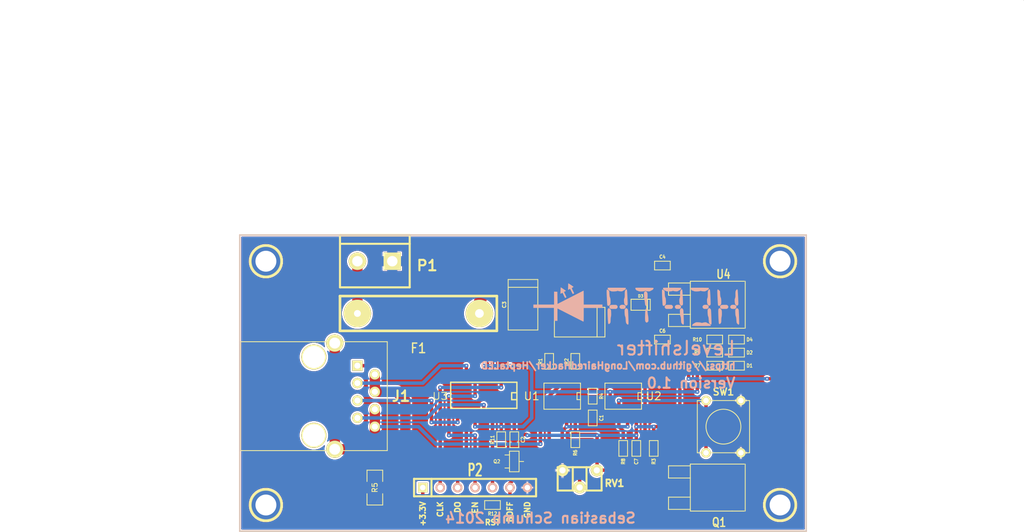
<source format=kicad_pcb>
(kicad_pcb (version 3) (host pcbnew "(2013-may-18)-stable")
  (layers (15 F.Cu signal) (0 B.Cu signal) (18 B.Paste user) (19 F.Paste user) (20 B.SilkS user) (21 F.SilkS user) (22 B.Mask user) (23 F.Mask user) (28 Edge.Cuts user))
  (net 0 "")
  (net 1 +24V)
  (net 2 +3.3V)
  (net 3 +5V)
  (net 4 3.3_Clock)
  (net 5 3.3_Data_Out)
  (net 6 3.3_Enable)
  (net 7 3.3_Reset)
  (net 8 BusOff)
  (net 9 Clock)
  (net 10 Data_Out)
  (net 11 Enable)
  (net 12 GND)
  (net 13 N-0000010)
  (net 14 N-0000011)
  (net 15 N-0000012)
  (net 16 N-0000013)
  (net 17 N-0000016)
  (net 18 N-0000018)
  (net 19 N-0000020)
  (net 20 N-0000022)
  (net 21 N-0000023)
  (net 22 N-0000024)
  (net 23 N-0000027)
  (net 24 N-0000028)
  (net 25 PowerOn)
  (net 26 Reset)
  (net 27 Sense)
  (net 28 Shutdown)
  (module trimmer_piher_pt6xh (layer F.Cu) (at 168.275 80.01)
    (fp_text reference RV1 (at 5.08 0.635) (layer F.SilkS) (effects (font (thickness 0.25))))
    (fp_text value POT hide)
    (pad 1 thru_hole circle (at 2.49936 -1.24968) (size 1.75006 1.75006) (drill 0.89916) (layers *.Cu *.Mask F.SilkS) (net 3 +5V))
    (pad 2 thru_hole circle (at 0 1.24968) (size 1.75006 1.75006) (drill 0.89916) (layers *.Cu *.Mask F.SilkS) (net 15 N-0000012))
    (pad 3 thru_hole circle (at -2.49936 -1.24968) (size 1.75006 1.75006) (drill 0.89916) (layers *.Cu *.Mask F.SilkS) (net 12 GND))
  )
  (module SW_PUSH_SMALL (layer F.Cu) (at 189.23 72.39 90)
    (fp_text reference SW1 (at 5.08 0 180) (layer F.SilkS) (effects (font (size 1.016 1.016) (thickness 0.2032))))
    (fp_text value SW_PUSH hide)
    (pad 1 thru_hole circle (at 3.81 -2.54 90) (size 1.397 1.397) (drill 0.8128) (layers *.Cu *.Mask F.SilkS) (net 22 N-0000024))
    (pad 2 thru_hole circle (at 3.81 2.54 90) (size 1.397 1.397) (drill 0.8128) (layers *.Cu *.Mask F.SilkS) (net 12 GND))
    (pad 1 thru_hole circle (at -3.81 -2.54 90) (size 1.397 1.397) (drill 0.8128) (layers *.Cu *.Mask F.SilkS) (net 22 N-0000024))
    (pad 2 thru_hole circle (at -3.81 2.54 90) (size 1.397 1.397) (drill 0.8128) (layers *.Cu *.Mask F.SilkS) (net 12 GND))
  )
  (module sot23 (layer F.Cu) (at 158.75 77.47 270)
    (fp_text reference Q2 (at 0 2.54 360) (layer F.SilkS) (effects (font (size 0.50038 0.50038) (thickness 0.09906))))
    (fp_text value NDS355 hide)
    (pad 1 smd rect (at -0.9525 1.05664 270) (size 0.59944 1.00076) (layers F.Cu F.Paste F.Mask) (net 18 N-0000018))
    (pad 2 smd rect (at 0 -1.05664 270) (size 0.59944 1.00076) (layers F.Cu F.Paste F.Mask) (net 17 N-0000016))
    (pad 3 smd rect (at 0.9525 1.05664 270) (size 0.59944 1.00076) (layers F.Cu F.Paste F.Mask) (net 12 GND))
  )
  (module sod123 (layer F.Cu) (at 177.165 54.61)
    (fp_text reference D3 (at 0 -1.27) (layer F.SilkS) (effects (font (size 0.39878 0.39878) (thickness 0.09906))))
    (fp_text value BAT42W hide)
    (pad 2 smd rect (at 1.67386 0) (size 0.8509 0.8509) (layers F.Cu F.Paste F.Mask) (net 1 +24V))
    (pad 1 smd rect (at -1.67386 0) (size 0.8509 0.8509) (layers F.Cu F.Paste F.Mask) (net 3 +5V))
  )
  (module SO8E (layer F.Cu) (at 174.625 67.945 180)
    (fp_text reference U2 (at -4.445 0 180) (layer F.SilkS) (effects (font (size 1.143 1.143) (thickness 0.1524))))
    (fp_text value SN74LVC1G74 hide)
    (pad 8 smd rect (at -1.905 -2.667 180) (size 0.59944 1.39954) (layers F.Cu F.Paste F.Mask) (net 3 +5V))
    (pad 1 smd rect (at -1.905 2.667 180) (size 0.59944 1.39954) (layers F.Cu F.Paste F.Mask) (net 12 GND))
    (pad 7 smd rect (at -0.635 -2.667 180) (size 0.59944 1.39954) (layers F.Cu F.Paste F.Mask) (net 28 Shutdown))
    (pad 6 smd rect (at 0.635 -2.667 180) (size 0.59944 1.39954) (layers F.Cu F.Paste F.Mask) (net 22 N-0000024))
    (pad 5 smd rect (at 1.905 -2.667 180) (size 0.59944 1.39954) (layers F.Cu F.Paste F.Mask) (net 8 BusOff))
    (pad 2 smd rect (at -0.635 2.667 180) (size 0.59944 1.39954) (layers F.Cu F.Paste F.Mask) (net 12 GND))
    (pad 3 smd rect (at 0.635 2.667 180) (size 0.59944 1.39954) (layers F.Cu F.Paste F.Mask) (net 25 PowerOn))
    (pad 4 smd rect (at 1.905 2.667 180) (size 0.59944 1.39954) (layers F.Cu F.Paste F.Mask) (net 12 GND))
  )
  (module SO8E (layer F.Cu) (at 165.735 67.945 180)
    (fp_text reference U1 (at 4.445 0 180) (layer F.SilkS) (effects (font (size 1.143 1.143) (thickness 0.1524))))
    (fp_text value LM358 hide)
    (pad 8 smd rect (at -1.905 -2.667 180) (size 0.59944 1.39954) (layers F.Cu F.Paste F.Mask) (net 3 +5V))
    (pad 1 smd rect (at -1.905 2.667 180) (size 0.59944 1.39954) (layers F.Cu F.Paste F.Mask) (net 21 N-0000023))
    (pad 7 smd rect (at -0.635 -2.667 180) (size 0.59944 1.39954) (layers F.Cu F.Paste F.Mask) (net 28 Shutdown))
    (pad 6 smd rect (at 0.635 -2.667 180) (size 0.59944 1.39954) (layers F.Cu F.Paste F.Mask) (net 20 N-0000022))
    (pad 5 smd rect (at 1.905 -2.667 180) (size 0.59944 1.39954) (layers F.Cu F.Paste F.Mask) (net 15 N-0000012))
    (pad 2 smd rect (at -0.635 2.667 180) (size 0.59944 1.39954) (layers F.Cu F.Paste F.Mask) (net 16 N-0000013))
    (pad 3 smd rect (at 0.635 2.667 180) (size 0.59944 1.39954) (layers F.Cu F.Paste F.Mask) (net 27 Sense))
    (pad 4 smd rect (at 1.905 2.667 180) (size 0.59944 1.39954) (layers F.Cu F.Paste F.Mask) (net 12 GND))
  )
  (module SM1206 (layer F.Cu) (at 138.43 81.28 270)
    (fp_text reference R5 (at 0 0 270) (layer F.SilkS) (effects (font (size 0.762 0.762) (thickness 0.127))))
    (fp_text value 0.05 hide)
    (pad 1 smd rect (at -1.651 0 270) (size 1.524 2.032) (layers F.Cu F.Paste F.Mask) (net 27 Sense))
    (pad 2 smd rect (at 1.651 0 270) (size 1.524 2.032) (layers F.Cu F.Paste F.Mask) (net 12 GND))
  )
  (module SM0603 (layer F.Cu) (at 191.135 63.5)
    (fp_text reference D1 (at 1.905 0) (layer F.SilkS) (effects (font (size 0.508 0.4572) (thickness 0.1143))))
    (fp_text value LED hide)
    (pad 1 smd rect (at -0.762 0) (size 0.635 1.143) (layers F.Cu F.Paste F.Mask) (net 19 N-0000020))
    (pad 2 smd rect (at 0.762 0) (size 0.635 1.143) (layers F.Cu F.Paste F.Mask) (net 12 GND))
  )
  (module SM0603 (layer F.Cu) (at 174.625 75.565 270)
    (fp_text reference R8 (at 1.905 0 270) (layer F.SilkS) (effects (font (size 0.508 0.4572) (thickness 0.1143))))
    (fp_text value 1k hide)
    (pad 1 smd rect (at -0.762 0 270) (size 0.635 1.143) (layers F.Cu F.Paste F.Mask) (net 22 N-0000024))
    (pad 2 smd rect (at 0.762 0 270) (size 0.635 1.143) (layers F.Cu F.Paste F.Mask) (net 3 +5V))
  )
  (module SM0603 (layer F.Cu) (at 167.64 74.295 270)
    (fp_text reference R6 (at 1.905 0 270) (layer F.SilkS) (effects (font (size 0.508 0.4572) (thickness 0.1143))))
    (fp_text value 1k hide)
    (pad 1 smd rect (at -0.762 0 270) (size 0.635 1.143) (layers F.Cu F.Paste F.Mask) (net 3 +5V))
    (pad 2 smd rect (at 0.762 0 270) (size 0.635 1.143) (layers F.Cu F.Paste F.Mask) (net 28 Shutdown))
  )
  (module SM0603 (layer F.Cu) (at 179.07 75.565 270)
    (fp_text reference R3 (at 1.905 0 270) (layer F.SilkS) (effects (font (size 0.508 0.4572) (thickness 0.1143))))
    (fp_text value 1k hide)
    (pad 1 smd rect (at -0.762 0 270) (size 0.635 1.143) (layers F.Cu F.Paste F.Mask) (net 3 +5V))
    (pad 2 smd rect (at 0.762 0 270) (size 0.635 1.143) (layers F.Cu F.Paste F.Mask) (net 25 PowerOn))
  )
  (module SM0603 (layer F.Cu) (at 187.96 63.5)
    (fp_text reference R7 (at -2.54 0) (layer F.SilkS) (effects (font (size 0.508 0.4572) (thickness 0.1143))))
    (fp_text value 1k hide)
    (pad 1 smd rect (at -0.762 0) (size 0.635 1.143) (layers F.Cu F.Paste F.Mask) (net 8 BusOff))
    (pad 2 smd rect (at 0.762 0) (size 0.635 1.143) (layers F.Cu F.Paste F.Mask) (net 19 N-0000020))
  )
  (module SM0603 (layer F.Cu) (at 167.64 62.865 270)
    (fp_text reference R2 (at 0 1.27 270) (layer F.SilkS) (effects (font (size 0.508 0.4572) (thickness 0.1143))))
    (fp_text value 90k hide)
    (pad 1 smd rect (at -0.762 0 270) (size 0.635 1.143) (layers F.Cu F.Paste F.Mask) (net 16 N-0000013))
    (pad 2 smd rect (at 0.762 0 270) (size 0.635 1.143) (layers F.Cu F.Paste F.Mask) (net 21 N-0000023))
  )
  (module SM0603 (layer F.Cu) (at 158.75 74.295 270)
    (fp_text reference C2 (at 0 -1.27 270) (layer F.SilkS) (effects (font (size 0.508 0.4572) (thickness 0.1143))))
    (fp_text value 100nf hide)
    (pad 1 smd rect (at -0.762 0 270) (size 0.635 1.143) (layers F.Cu F.Paste F.Mask) (net 3 +5V))
    (pad 2 smd rect (at 0.762 0 270) (size 0.635 1.143) (layers F.Cu F.Paste F.Mask) (net 12 GND))
  )
  (module SM0603 (layer F.Cu) (at 170.18 67.945 270)
    (fp_text reference R4 (at 0 -1.27 270) (layer F.SilkS) (effects (font (size 0.508 0.4572) (thickness 0.1143))))
    (fp_text value 100k hide)
    (pad 1 smd rect (at -0.762 0 270) (size 0.635 1.143) (layers F.Cu F.Paste F.Mask) (net 21 N-0000023))
    (pad 2 smd rect (at 0.762 0 270) (size 0.635 1.143) (layers F.Cu F.Paste F.Mask) (net 20 N-0000022))
  )
  (module SM0603 (layer F.Cu) (at 170.18 71.12 270)
    (fp_text reference C1 (at 0 -1.27 270) (layer F.SilkS) (effects (font (size 0.508 0.4572) (thickness 0.1143))))
    (fp_text value 100n hide)
    (pad 1 smd rect (at -0.762 0 270) (size 0.635 1.143) (layers F.Cu F.Paste F.Mask) (net 20 N-0000022))
    (pad 2 smd rect (at 0.762 0 270) (size 0.635 1.143) (layers F.Cu F.Paste F.Mask) (net 12 GND))
  )
  (module SM0603 (layer F.Cu) (at 176.53 75.565 270)
    (fp_text reference C7 (at 1.905 0 270) (layer F.SilkS) (effects (font (size 0.508 0.4572) (thickness 0.1143))))
    (fp_text value 100nf hide)
    (pad 1 smd rect (at -0.762 0 270) (size 0.635 1.143) (layers F.Cu F.Paste F.Mask) (net 3 +5V))
    (pad 2 smd rect (at 0.762 0 270) (size 0.635 1.143) (layers F.Cu F.Paste F.Mask) (net 12 GND))
  )
  (module SM0603 (layer F.Cu) (at 155.575 83.82)
    (fp_text reference R12 (at 0 1.27) (layer F.SilkS) (effects (font (size 0.508 0.4572) (thickness 0.1143))))
    (fp_text value 1k hide)
    (pad 1 smd rect (at -0.762 0) (size 0.635 1.143) (layers F.Cu F.Paste F.Mask) (net 2 +3.3V))
    (pad 2 smd rect (at 0.762 0) (size 0.635 1.143) (layers F.Cu F.Paste F.Mask) (net 17 N-0000016))
  )
  (module SM0603 (layer F.Cu) (at 156.845 74.295 270)
    (fp_text reference R11 (at 0 1.27 270) (layer F.SilkS) (effects (font (size 0.508 0.4572) (thickness 0.1143))))
    (fp_text value 1k hide)
    (pad 1 smd rect (at -0.762 0 270) (size 0.635 1.143) (layers F.Cu F.Paste F.Mask) (net 8 BusOff))
    (pad 2 smd rect (at 0.762 0 270) (size 0.635 1.143) (layers F.Cu F.Paste F.Mask) (net 18 N-0000018))
  )
  (module SM0603 (layer F.Cu) (at 180.34 48.895 180)
    (fp_text reference C4 (at 0 1.27 180) (layer F.SilkS) (effects (font (size 0.508 0.4572) (thickness 0.1143))))
    (fp_text value 100nF hide)
    (pad 1 smd rect (at -0.762 0 180) (size 0.635 1.143) (layers F.Cu F.Paste F.Mask) (net 1 +24V))
    (pad 2 smd rect (at 0.762 0 180) (size 0.635 1.143) (layers F.Cu F.Paste F.Mask) (net 12 GND))
  )
  (module SM0603 (layer F.Cu) (at 163.83 62.865 270)
    (fp_text reference R1 (at 0 1.27 270) (layer F.SilkS) (effects (font (size 0.508 0.4572) (thickness 0.1143))))
    (fp_text value 10k hide)
    (pad 1 smd rect (at -0.762 0 270) (size 0.635 1.143) (layers F.Cu F.Paste F.Mask) (net 16 N-0000013))
    (pad 2 smd rect (at 0.762 0 270) (size 0.635 1.143) (layers F.Cu F.Paste F.Mask) (net 12 GND))
  )
  (module SM0603 (layer F.Cu) (at 191.135 61.595)
    (fp_text reference D2 (at 1.905 0) (layer F.SilkS) (effects (font (size 0.508 0.4572) (thickness 0.1143))))
    (fp_text value LED hide)
    (pad 1 smd rect (at -0.762 0) (size 0.635 1.143) (layers F.Cu F.Paste F.Mask) (net 24 N-0000028))
    (pad 2 smd rect (at 0.762 0) (size 0.635 1.143) (layers F.Cu F.Paste F.Mask) (net 12 GND))
  )
  (module SM0603 (layer F.Cu) (at 187.96 61.595)
    (fp_text reference R9 (at -2.54 0) (layer F.SilkS) (effects (font (size 0.508 0.4572) (thickness 0.1143))))
    (fp_text value 1k hide)
    (pad 1 smd rect (at -0.762 0) (size 0.635 1.143) (layers F.Cu F.Paste F.Mask) (net 1 +24V))
    (pad 2 smd rect (at 0.762 0) (size 0.635 1.143) (layers F.Cu F.Paste F.Mask) (net 24 N-0000028))
  )
  (module SM0603 (layer F.Cu) (at 191.135 59.69)
    (fp_text reference D4 (at 1.905 0) (layer F.SilkS) (effects (font (size 0.508 0.4572) (thickness 0.1143))))
    (fp_text value LED hide)
    (pad 1 smd rect (at -0.762 0) (size 0.635 1.143) (layers F.Cu F.Paste F.Mask) (net 14 N-0000011))
    (pad 2 smd rect (at 0.762 0) (size 0.635 1.143) (layers F.Cu F.Paste F.Mask) (net 12 GND))
  )
  (module SM0603 (layer F.Cu) (at 187.96 59.69)
    (fp_text reference R10 (at -2.54 0) (layer F.SilkS) (effects (font (size 0.508 0.4572) (thickness 0.1143))))
    (fp_text value 1k hide)
    (pad 1 smd rect (at -0.762 0) (size 0.635 1.143) (layers F.Cu F.Paste F.Mask) (net 3 +5V))
    (pad 2 smd rect (at 0.762 0) (size 0.635 1.143) (layers F.Cu F.Paste F.Mask) (net 14 N-0000011))
  )
  (module SM0603 (layer F.Cu) (at 180.34 59.69 180)
    (fp_text reference C6 (at 0 1.27 180) (layer F.SilkS) (effects (font (size 0.508 0.4572) (thickness 0.1143))))
    (fp_text value 100nF hide)
    (pad 1 smd rect (at -0.762 0 180) (size 0.635 1.143) (layers F.Cu F.Paste F.Mask) (net 3 +5V))
    (pad 2 smd rect (at 0.762 0 180) (size 0.635 1.143) (layers F.Cu F.Paste F.Mask) (net 12 GND))
  )
  (module RJ45_MEBP_8-8G (layer F.Cu) (at 129.54 67.945 270)
    (fp_text reference J1 (at 0 -12.7 360) (layer F.SilkS) (effects (font (size 1.524 1.524) (thickness 0.3048))))
    (fp_text value RJ45 hide)
    (pad "" thru_hole circle (at 5.715 0 270) (size 3.64998 3.64998) (drill 3.2512) (layers *.Cu *.Mask F.SilkS))
    (pad "" thru_hole circle (at -5.715 0 270) (size 3.64998 3.64998) (drill 3.2512) (layers *.Cu *.Mask F.SilkS))
    (pad 1 thru_hole rect (at -4.445 -6.35 270) (size 1.50114 1.50114) (drill 0.89916) (layers *.Cu *.Mask F.SilkS) (net 9 Clock))
    (pad 2 thru_hole circle (at -3.175 -8.89 270) (size 1.50114 1.50114) (drill 0.89916) (layers *.Cu *.Mask F.SilkS) (net 23 N-0000027))
    (pad 3 thru_hole circle (at -1.905 -6.35 270) (size 1.50114 1.50114) (drill 0.89916) (layers *.Cu *.Mask F.SilkS) (net 11 Enable))
    (pad 4 thru_hole circle (at -0.635 -8.89 270) (size 1.50114 1.50114) (drill 0.89916) (layers *.Cu *.Mask F.SilkS) (net 23 N-0000027))
    (pad 5 thru_hole circle (at 0.635 -6.35 270) (size 1.50114 1.50114) (drill 0.89916) (layers *.Cu *.Mask F.SilkS) (net 10 Data_Out))
    (pad 6 thru_hole circle (at 1.905 -8.89 270) (size 1.50114 1.50114) (drill 0.89916) (layers *.Cu *.Mask F.SilkS) (net 27 Sense))
    (pad 7 thru_hole circle (at 3.175 -6.35 270) (size 1.50114 1.50114) (drill 0.89916) (layers *.Cu *.Mask F.SilkS) (net 26 Reset))
    (pad 8 thru_hole circle (at 4.445 -8.89 270) (size 1.50114 1.50114) (drill 0.89916) (layers *.Cu *.Mask F.SilkS) (net 27 Sense))
    (pad 9 thru_hole circle (at -7.745 -3.05 270) (size 2.5 2.5) (drill 1.6) (layers *.Cu *.Mask F.SilkS) (net 27 Sense))
    (pad 10 thru_hole circle (at 7.747 -3.05 270) (size 2.5 2.5) (drill 1.6) (layers *.Cu *.Mask F.SilkS) (net 27 Sense))
  )
  (module fuse1 (layer F.Cu) (at 144.78 55.88)
    (fp_text reference F1 (at 0 5.08) (layer F.SilkS) (effects (font (size 1.397 1.27) (thickness 0.2032))))
    (fp_text value FUSE hide)
    (pad 1 thru_hole circle (at -8.89 0) (size 4.0005 4.0005) (drill 1.00076) (layers *.Cu *.Mask F.SilkS) (net 13 N-0000010))
    (pad 2 thru_hole circle (at 8.89 0) (size 4.0005 4.0005) (drill 1.27) (layers *.Cu *.Mask F.SilkS) (net 1 +24V))
  )
  (module DPAK2 (layer F.Cu) (at 182.88 54.61 270)
    (fp_text reference U4 (at -4.445 -6.35 360) (layer F.SilkS) (effects (font (size 1.27 1.016) (thickness 0.2032))))
    (fp_text value TS2937 hide)
    (pad 1 smd rect (at -2.286 0 270) (size 1.651 3.048) (layers F.Cu F.Paste F.Mask) (net 1 +24V))
    (pad 2 smd rect (at 0 -6.35 270) (size 6.096 6.096) (layers F.Cu F.Paste F.Mask) (net 12 GND))
    (pad 3 smd rect (at 2.286 0 270) (size 1.651 3.048) (layers F.Cu F.Paste F.Mask) (net 3 +5V))
  )
  (module c_tant_D (layer F.Cu) (at 168.275 57.15)
    (fp_text reference C5 (at 0 -2.7305) (layer F.SilkS) (effects (font (size 0.50038 0.50038) (thickness 0.11938))))
    (fp_text value 10uF hide)
    (pad 1 smd rect (at 2.99974 0) (size 2.55016 2.70002) (layers F.Cu F.Paste F.Mask) (net 3 +5V))
    (pad 2 smd rect (at -2.99974 0) (size 2.55016 3.79984) (layers F.Cu F.Paste F.Mask) (net 12 GND))
  )
  (module c_tant_D (layer F.Cu) (at 160.02 54.61 90)
    (fp_text reference C3 (at 0 -2.7305 90) (layer F.SilkS) (effects (font (size 0.50038 0.50038) (thickness 0.11938))))
    (fp_text value 10uF hide)
    (pad 1 smd rect (at 2.99974 0 90) (size 2.55016 2.70002) (layers F.Cu F.Paste F.Mask) (net 1 +24V))
    (pad 2 smd rect (at -2.99974 0 90) (size 2.55016 3.79984) (layers F.Cu F.Paste F.Mask) (net 12 GND))
  )
  (module bornier2 (layer F.Cu) (at 138.43 48.26 180)
    (fp_text reference P1 (at -7.62 -0.635 180) (layer F.SilkS) (effects (font (size 1.524 1.524) (thickness 0.3048))))
    (fp_text value CONN_2 hide)
    (pad 1 thru_hole rect (at -2.54 0 180) (size 2.54 2.54) (drill 1.524) (layers *.Cu *.Mask F.SilkS) (net 12 GND))
    (pad 2 thru_hole circle (at 2.54 0 180) (size 2.54 2.54) (drill 1.524) (layers *.Cu *.Mask F.SilkS) (net 13 N-0000010))
  )
  (module SO14E (layer F.Cu) (at 154.305 67.945 180)
    (fp_text reference U3 (at 6.35 0 180) (layer F.SilkS) (effects (font (size 1.016 1.143) (thickness 0.127))))
    (fp_text value 74HCT125 hide)
    (pad 1 smd rect (at -3.81 2.794 180) (size 0.508 1.143) (layers F.Cu F.Paste F.Mask) (net 8 BusOff))
    (pad 2 smd rect (at -2.54 2.794 180) (size 0.508 1.143) (layers F.Cu F.Paste F.Mask) (net 4 3.3_Clock))
    (pad 3 smd rect (at -1.27 2.794 180) (size 0.508 1.143) (layers F.Cu F.Paste F.Mask) (net 9 Clock))
    (pad 4 smd rect (at 0 2.794 180) (size 0.508 1.143) (layers F.Cu F.Paste F.Mask) (net 8 BusOff))
    (pad 5 smd rect (at 1.27 2.794 180) (size 0.508 1.143) (layers F.Cu F.Paste F.Mask) (net 6 3.3_Enable))
    (pad 6 smd rect (at 2.54 2.794 180) (size 0.508 1.143) (layers F.Cu F.Paste F.Mask) (net 11 Enable))
    (pad 7 smd rect (at 3.81 2.794 180) (size 0.508 1.143) (layers F.Cu F.Paste F.Mask) (net 12 GND))
    (pad 8 smd rect (at 3.81 -2.54 180) (size 0.508 1.143) (layers F.Cu F.Paste F.Mask) (net 10 Data_Out))
    (pad 9 smd rect (at 2.54 -2.54 180) (size 0.508 1.143) (layers F.Cu F.Paste F.Mask) (net 5 3.3_Data_Out))
    (pad 10 smd rect (at 1.27 -2.54 180) (size 0.508 1.143) (layers F.Cu F.Paste F.Mask) (net 8 BusOff))
    (pad 11 smd rect (at 0 -2.54 180) (size 0.508 1.143) (layers F.Cu F.Paste F.Mask) (net 26 Reset))
    (pad 12 smd rect (at -1.27 -2.54 180) (size 0.508 1.143) (layers F.Cu F.Paste F.Mask) (net 7 3.3_Reset))
    (pad 13 smd rect (at -2.54 -2.54 180) (size 0.508 1.143) (layers F.Cu F.Paste F.Mask) (net 8 BusOff))
    (pad 14 smd rect (at -3.81 -2.54 180) (size 0.508 1.143) (layers F.Cu F.Paste F.Mask) (net 3 +5V))
  )
  (module DPAK2 (layer F.Cu) (at 182.88 81.28 270)
    (fp_text reference Q1 (at 5.08 -5.715 360) (layer F.SilkS) (effects (font (size 1.27 1.016) (thickness 0.2032))))
    (fp_text value IRLR110 hide)
    (pad 1 smd rect (at -2.286 0 270) (size 1.651 3.048) (layers F.Cu F.Paste F.Mask) (net 25 PowerOn))
    (pad 2 smd rect (at 0 -6.35 270) (size 6.096 6.096) (layers F.Cu F.Paste F.Mask) (net 1 +24V))
    (pad 3 smd rect (at 2.286 0 270) (size 1.651 3.048) (layers F.Cu F.Paste F.Mask) (net 23 N-0000027))
  )
  (module SIL-7 (layer F.Cu) (at 153.035 81.28)
    (fp_text reference P2 (at 0 -2.54) (layer F.SilkS) (effects (font (size 1.72974 1.08712) (thickness 0.3048))))
    (fp_text value CONN_7 hide)
    (pad 1 thru_hole rect (at -7.62 0) (size 1.397 1.397) (drill 0.8128) (layers *.Cu *.Mask F.SilkS) (net 2 +3.3V))
    (pad 2 thru_hole circle (at -5.08 0) (size 1.397 1.397) (drill 0.8128) (layers *.Cu *.SilkS *.Mask) (net 4 3.3_Clock))
    (pad 3 thru_hole circle (at -2.54 0) (size 1.397 1.397) (drill 0.8128) (layers *.Cu *.SilkS *.Mask) (net 5 3.3_Data_Out))
    (pad 4 thru_hole circle (at 0 0) (size 1.397 1.397) (drill 0.8128) (layers *.Cu *.SilkS *.Mask) (net 6 3.3_Enable))
    (pad 5 thru_hole circle (at 2.54 0) (size 1.397 1.397) (drill 0.8128) (layers *.Cu *.SilkS *.Mask) (net 7 3.3_Reset))
    (pad 6 thru_hole circle (at 5.08 0) (size 1.397 1.397) (drill 0.8128) (layers *.Cu *.SilkS *.Mask) (net 17 N-0000016))
    (pad 7 thru_hole circle (at 7.62 0) (size 1.397 1.397) (drill 0.8128) (layers *.Cu *.SilkS *.Mask) (net 12 GND))
  )
  (module 1pin (layer F.Cu) (at 122.555 48.26)
    (fp_text reference 1PIN hide)
    (fp_text value P*** hide)
    (pad 1 thru_hole circle (at 0 0) (size 4.5 4.5) (drill 3.048) (layers *.Cu *.Mask))
  )
  (module 1pin (layer F.Cu) (at 197.485 48.26)
    (fp_text reference 1PIN hide)
    (fp_text value P*** hide)
    (pad 1 thru_hole circle (at 0 0) (size 4.5 4.5) (drill 3.048) (layers *.Cu *.Mask))
  )
  (module 1pin (layer F.Cu) (at 197.485 83.82)
    (fp_text reference 1PIN hide)
    (fp_text value P*** hide)
    (pad 1 thru_hole circle (at 0 0) (size 4.5 4.5) (drill 3.048) (layers *.Cu *.Mask))
  )
  (module 1pin (layer F.Cu) (at 122.555 83.82)
    (fp_text reference 1PIN hide)
    (fp_text value P*** hide)
    (pad 1 thru_hole circle (at 0 0) (size 4.5 4.5) (drill 3.048) (layers *.Cu *.Mask))
  )
  (module logo_silkbot_30_00mm (layer B.Cu) (at 176.53 54.61)
    (fp_text reference G*** hide)
    (fp_text value logo_silkbot_30_00mm hide)
  )
  (gr_text "Sebastian Schumb 2014" (at 162.56 85.725) (layer B.SilkS) (effects (font (size 1.5 1.5) (thickness 0.3)) (justify mirror)))
  (gr_text "Version 1.0" (at 191.135 66.04) (layer B.SilkS) (effects (font (size 1.5 1.5) (thickness 0.3)) (justify left mirror)))
  (gr_text Levelshifter (at 191.135 60.96) (layer B.SilkS) (effects (font (size 2 2) (thickness 0.3)) (justify left mirror)))
  (gr_text https://github.com/LongHairedHacker/HeptaLED (at 191.135 63.5) (layer B.SilkS) (effects (font (size 1 1) (thickness 0.25)) (justify left mirror)))
  (gr_line (start 118.745 87.63) (end 118.745 44.45) (angle 90) (layer B.SilkS) (width 0.2))
  (gr_line (start 201.295 87.63) (end 118.745 87.63) (angle 90) (layer B.SilkS) (width 0.2))
  (gr_line (start 201.295 44.45) (end 201.295 87.63) (angle 90) (layer B.SilkS) (width 0.2))
  (gr_line (start 118.745 44.45) (end 201.295 44.45) (angle 90) (layer B.SilkS) (width 0.2))
  (gr_line (start 118.745 44.45) (end 118.745 87.63) (angle 90) (layer F.SilkS) (width 0.2))
  (gr_line (start 201.295 44.45) (end 118.745 44.45) (angle 90) (layer F.SilkS) (width 0.2))
  (gr_line (start 201.295 87.63) (end 201.295 44.45) (angle 90) (layer F.SilkS) (width 0.2))
  (gr_line (start 118.745 87.63) (end 201.295 87.63) (angle 90) (layer F.SilkS) (width 0.2))
  (gr_text GND (at 160.655 83.185 90) (layer F.SilkS) (effects (font (size 0.8 0.8) (thickness 0.2)) (justify right)))
  (gr_text BOFF (at 158.115 83.185 90) (layer F.SilkS) (effects (font (size 0.8 0.8) (thickness 0.2)) (justify right)))
  (gr_text RST (at 155.575 86.36) (layer F.SilkS) (effects (font (size 0.8 0.8) (thickness 0.2))))
  (gr_text EN (at 153.035 83.185 90) (layer F.SilkS) (effects (font (size 0.8 0.9) (thickness 0.2)) (justify right)))
  (gr_text DO (at 150.495 83.185 90) (layer F.SilkS) (effects (font (size 0.8 0.8) (thickness 0.2)) (justify right)))
  (gr_text CLK (at 147.955 83.185 90) (layer F.SilkS) (effects (font (size 0.8 0.8) (thickness 0.2)) (justify right)))
  (gr_text +3.3V (at 145.415 83.185 90) (layer F.SilkS) (effects (font (size 0.8 0.8) (thickness 0.2)) (justify right)))
  (gr_line (start 118.745 87.63) (end 201.295 87.63) (angle 90) (layer Edge.Cuts) (width 0.1))
  (gr_line (start 118.745 44.45) (end 201.295 44.45) (angle 90) (layer Edge.Cuts) (width 0.1))
  (gr_line (start 201.295 44.45) (end 201.295 87.63) (angle 90) (layer Edge.Cuts) (width 0.1))
  (gr_line (start 201.295 87.63) (end 201.295 74.93) (angle 90) (layer Edge.Cuts) (width 0.1))
  (gr_line (start 118.745 44.45) (end 118.745 87.63) (angle 90) (layer Edge.Cuts) (width 0.1))
  (target plus (at 233.045 10.16) (size 0.005) (width 0.1) (layer Edge.Cuts))
  (target plus (at 233.045 10.16) (size 0.005) (width 0.1) (layer Edge.Cuts))
  (segment (start 181.102 48.895) (end 182.88 48.895) (width 0.5) (layer F.Cu) (net 1))
  (segment (start 160.02 51.61026) (end 156.03474 51.61026) (width 1.5) (layer F.Cu) (net 1))
  (segment (start 153.67 53.975) (end 155.575 52.07) (width 1.5) (layer F.Cu) (net 1))
  (segment (start 153.67 53.975) (end 153.67 55.88) (width 1.5) (layer F.Cu) (net 1))
  (segment (start 156.03474 51.61026) (end 155.575 52.07) (width 1.5) (layer F.Cu) (net 1))
  (via (at 184.15 65.405) (size 0.6) (drill 0.2) (layers F.Cu B.Cu) (net 1))
  (segment (start 195.58 65.405) (end 184.15 65.405) (width 0.5) (layer B.Cu) (net 1))
  (segment (start 195.58 65.405) (end 195.58 65.405) (width 0.5) (layer F.Cu) (net 1))
  (segment (start 197.485 65.405) (end 195.58 65.405) (width 0.5) (layer F.Cu) (net 1))
  (via (at 195.58 65.405) (size 0.6) (drill 0.2) (layers F.Cu B.Cu) (net 1))
  (segment (start 185.42 61.595) (end 187.198 61.595) (width 0.5) (layer F.Cu) (net 1))
  (segment (start 184.15 62.865) (end 185.42 61.595) (width 0.5) (layer F.Cu) (net 1))
  (segment (start 184.15 62.865) (end 184.15 62.865) (width 0.5) (layer F.Cu) (net 1))
  (segment (start 184.15 65.405) (end 184.15 62.865) (width 0.5) (layer F.Cu) (net 1))
  (segment (start 197.485 53.975) (end 192.405 48.895) (width 1.5) (layer F.Cu) (net 1))
  (segment (start 193.675 81.28) (end 197.485 77.47) (width 1.5) (layer F.Cu) (net 1))
  (segment (start 189.23 81.28) (end 193.675 81.28) (width 1.5) (layer F.Cu) (net 1))
  (segment (start 197.485 53.975) (end 197.485 65.405) (width 1.5) (layer F.Cu) (net 1))
  (segment (start 197.485 65.405) (end 197.485 77.47) (width 1.5) (layer F.Cu) (net 1))
  (segment (start 182.88 50.165) (end 182.88 49.53) (width 1.5) (layer F.Cu) (net 1))
  (segment (start 182.88 49.53) (end 182.88 48.895) (width 1.5) (layer F.Cu) (net 1))
  (segment (start 182.88 50.165) (end 182.88 52.324) (width 1.5) (layer F.Cu) (net 1))
  (segment (start 192.405 48.895) (end 182.88 48.895) (width 1.5) (layer F.Cu) (net 1))
  (segment (start 178.83886 52.324) (end 178.12512 51.61026) (width 1.5) (layer F.Cu) (net 1))
  (segment (start 178.12512 51.61026) (end 160.02 51.61026) (width 1.5) (layer F.Cu) (net 1))
  (segment (start 178.83886 54.61) (end 178.83886 52.324) (width 0.5) (layer F.Cu) (net 1))
  (segment (start 179.07 52.705) (end 179.07 52.324) (width 0.5) (layer F.Cu) (net 1))
  (segment (start 179.07 52.55514) (end 179.07 52.705) (width 0.5) (layer F.Cu) (net 1))
  (segment (start 178.83886 52.324) (end 179.07 52.55514) (width 0.5) (layer F.Cu) (net 1))
  (segment (start 179.07 52.324) (end 182.88 52.324) (width 1.5) (layer F.Cu) (net 1))
  (segment (start 145.415 81.28) (end 145.415 83.185) (width 0.5) (layer F.Cu) (net 2))
  (segment (start 146.05 83.82) (end 145.415 83.185) (width 0.5) (layer F.Cu) (net 2))
  (segment (start 146.05 83.82) (end 154.813 83.82) (width 0.5) (layer F.Cu) (net 2))
  (segment (start 170.815 73.66) (end 160.655 73.66) (width 0.5) (layer B.Cu) (net 3))
  (segment (start 160.655 73.66) (end 160.528 73.533) (width 0.5) (layer F.Cu) (net 3))
  (segment (start 160.528 73.533) (end 158.75 73.533) (width 0.5) (layer F.Cu) (net 3))
  (via (at 160.655 73.66) (size 0.6) (drill 0.2) (layers F.Cu B.Cu) (net 3))
  (segment (start 174.625 76.327) (end 174.625 77.47) (width 0.5) (layer F.Cu) (net 3))
  (segment (start 170.79468 78.74) (end 173.355 78.74) (width 0.5) (layer F.Cu) (net 3))
  (segment (start 173.355 78.74) (end 174.625 77.47) (width 0.5) (layer F.Cu) (net 3))
  (segment (start 170.79468 78.74) (end 170.77436 78.76032) (width 0.5) (layer F.Cu) (net 3))
  (via (at 176.53 73.66) (size 0.6) (drill 0.2) (layers F.Cu B.Cu) (net 3))
  (via (at 170.815 73.66) (size 0.6) (drill 0.2) (layers F.Cu B.Cu) (net 3))
  (segment (start 170.815 73.66) (end 176.53 73.66) (width 0.5) (layer B.Cu) (net 3))
  (segment (start 176.53 74.803) (end 176.53 73.66) (width 0.5) (layer F.Cu) (net 3))
  (segment (start 176.53 73.66) (end 176.53 72.39) (width 0.5) (layer F.Cu) (net 3))
  (segment (start 170.815 73.66) (end 170.688 73.533) (width 0.5) (layer F.Cu) (net 3))
  (segment (start 170.815 78.71968) (end 170.815 74.295) (width 0.5) (layer F.Cu) (net 3))
  (segment (start 170.815 74.295) (end 170.815 73.66) (width 0.5) (layer F.Cu) (net 3))
  (segment (start 170.77436 78.76032) (end 170.815 78.71968) (width 0.5) (layer F.Cu) (net 3))
  (segment (start 170.688 73.533) (end 167.64 73.533) (width 0.5) (layer F.Cu) (net 3))
  (segment (start 158.115 70.485) (end 158.115 71.12) (width 0.5) (layer F.Cu) (net 3))
  (segment (start 158.75 71.755) (end 158.75 73.533) (width 0.5) (layer F.Cu) (net 3))
  (segment (start 158.115 71.12) (end 158.75 71.755) (width 0.5) (layer F.Cu) (net 3))
  (segment (start 182.88 59.69) (end 187.198 59.69) (width 0.5) (layer F.Cu) (net 3))
  (segment (start 179.07 72.39) (end 182.245 72.39) (width 0.5) (layer F.Cu) (net 3))
  (segment (start 182.245 72.39) (end 182.88 71.755) (width 0.5) (layer F.Cu) (net 3))
  (via (at 179.07 72.39) (size 0.6) (drill 0.2) (layers F.Cu B.Cu) (net 3))
  (via (at 176.53 72.39) (size 0.6) (drill 0.2) (layers F.Cu B.Cu) (net 3))
  (segment (start 176.53 72.39) (end 179.07 72.39) (width 0.5) (layer B.Cu) (net 3))
  (segment (start 179.07 72.39) (end 179.07 74.803) (width 0.5) (layer F.Cu) (net 3))
  (segment (start 182.88 71.755) (end 182.88 71.755) (width 0.5) (layer F.Cu) (net 3))
  (segment (start 182.88 71.755) (end 182.88 59.69) (width 0.5) (layer F.Cu) (net 3))
  (segment (start 181.102 59.69) (end 182.88 59.69) (width 0.5) (layer F.Cu) (net 3))
  (segment (start 182.88 56.896) (end 182.88 59.69) (width 0.5) (layer F.Cu) (net 3))
  (segment (start 175.49114 54.61) (end 175.49114 57.15) (width 0.5) (layer F.Cu) (net 3))
  (segment (start 175.49114 57.15) (end 175.26 57.15) (width 0.5) (layer F.Cu) (net 3))
  (segment (start 182.88 56.896) (end 178.054 56.896) (width 1.5) (layer F.Cu) (net 3))
  (segment (start 177.8 57.15) (end 175.26 57.15) (width 1.5) (layer F.Cu) (net 3))
  (segment (start 175.26 57.15) (end 171.27474 57.15) (width 1.5) (layer F.Cu) (net 3))
  (segment (start 178.054 56.896) (end 177.8 57.15) (width 1.5) (layer F.Cu) (net 3))
  (segment (start 167.64 73.533) (end 167.64 72.39) (width 0.5) (layer F.Cu) (net 3))
  (segment (start 167.64 72.39) (end 167.64 70.612) (width 0.5) (layer F.Cu) (net 3))
  (segment (start 176.53 70.612) (end 176.53 72.39) (width 0.5) (layer F.Cu) (net 3))
  (via (at 156.845 66.675) (size 0.6) (drill 0.2) (layers F.Cu B.Cu) (net 4))
  (segment (start 147.955 66.675) (end 156.845 66.675) (width 0.5) (layer B.Cu) (net 4))
  (segment (start 147.955 81.28) (end 147.955 66.675) (width 0.5) (layer F.Cu) (net 4))
  (via (at 147.955 66.675) (size 0.6) (drill 0.2) (layers F.Cu B.Cu) (net 4))
  (segment (start 156.845 66.675) (end 156.845 65.151) (width 0.5) (layer F.Cu) (net 4))
  (segment (start 151.765 70.485) (end 151.765 78.105) (width 0.5) (layer F.Cu) (net 5))
  (segment (start 150.495 79.375) (end 150.495 81.28) (width 0.5) (layer F.Cu) (net 5))
  (segment (start 151.765 78.105) (end 150.495 79.375) (width 0.5) (layer F.Cu) (net 5))
  (via (at 153.035 67.945) (size 0.6) (drill 0.2) (layers F.Cu B.Cu) (net 6))
  (segment (start 149.225 67.945) (end 153.035 67.945) (width 0.5) (layer B.Cu) (net 6))
  (via (at 149.225 73.66) (size 0.6) (drill 0.2) (layers F.Cu B.Cu) (net 6))
  (segment (start 153.035 73.66) (end 149.225 73.66) (width 0.5) (layer B.Cu) (net 6))
  (segment (start 153.035 81.28) (end 153.035 73.66) (width 0.5) (layer F.Cu) (net 6))
  (via (at 153.035 73.66) (size 0.6) (drill 0.2) (layers F.Cu B.Cu) (net 6))
  (segment (start 149.225 73.66) (end 149.225 67.945) (width 0.5) (layer F.Cu) (net 6))
  (via (at 149.225 67.945) (size 0.6) (drill 0.2) (layers F.Cu B.Cu) (net 6))
  (segment (start 153.035 67.945) (end 153.035 65.151) (width 0.5) (layer F.Cu) (net 6))
  (segment (start 155.575 81.28) (end 155.575 70.485) (width 0.5) (layer F.Cu) (net 7))
  (segment (start 172.72 67.31) (end 161.925 67.31) (width 0.5) (layer B.Cu) (net 8))
  (segment (start 161.925 67.31) (end 161.29 67.31) (width 0.5) (layer B.Cu) (net 8))
  (segment (start 156.845 72.39) (end 156.845 73.533) (width 0.5) (layer F.Cu) (net 8))
  (via (at 185.42 67.31) (size 0.6) (drill 0.2) (layers F.Cu B.Cu) (net 8))
  (segment (start 176.53 67.31) (end 184.15 67.31) (width 0.5) (layer B.Cu) (net 8))
  (segment (start 173.99 67.31) (end 176.53 67.31) (width 0.5) (layer B.Cu) (net 8))
  (segment (start 172.72 67.31) (end 173.99 67.31) (width 0.5) (layer B.Cu) (net 8))
  (segment (start 184.785 67.31) (end 185.42 67.31) (width 0.5) (layer B.Cu) (net 8))
  (segment (start 184.15 67.31) (end 184.785 67.31) (width 0.5) (layer B.Cu) (net 8))
  (segment (start 185.42 64.135) (end 185.42 67.31) (width 0.5) (layer F.Cu) (net 8))
  (segment (start 185.42 64.135) (end 186.055 63.5) (width 0.5) (layer F.Cu) (net 8))
  (segment (start 186.055 63.5) (end 187.198 63.5) (width 0.5) (layer F.Cu) (net 8))
  (via (at 153.035 72.39) (size 0.6) (drill 0.2) (layers F.Cu B.Cu) (net 8))
  (segment (start 156.845 72.39) (end 153.035 72.39) (width 0.5) (layer B.Cu) (net 8))
  (segment (start 153.035 72.39) (end 153.035 70.485) (width 0.5) (layer F.Cu) (net 8))
  (segment (start 161.29 67.31) (end 161.29 64.135) (width 0.5) (layer B.Cu) (net 8))
  (segment (start 160.02 63.5) (end 158.115 63.5) (width 0.5) (layer B.Cu) (net 8))
  (segment (start 160.655 63.5) (end 161.29 64.135) (width 0.5) (layer B.Cu) (net 8))
  (segment (start 160.02 63.5) (end 160.655 63.5) (width 0.5) (layer B.Cu) (net 8))
  (segment (start 161.29 71.12) (end 161.29 67.31) (width 0.5) (layer B.Cu) (net 8))
  (segment (start 161.29 71.12) (end 160.02 72.39) (width 0.5) (layer B.Cu) (net 8))
  (segment (start 160.02 72.39) (end 156.845 72.39) (width 0.5) (layer B.Cu) (net 8))
  (via (at 156.845 72.39) (size 0.6) (drill 0.2) (layers F.Cu B.Cu) (net 8))
  (via (at 154.305 63.5) (size 0.6) (drill 0.2) (layers F.Cu B.Cu) (net 8))
  (segment (start 154.305 63.5) (end 158.115 63.5) (width 0.5) (layer B.Cu) (net 8))
  (segment (start 154.305 65.151) (end 154.305 63.5) (width 0.5) (layer F.Cu) (net 8))
  (segment (start 158.115 63.5) (end 158.115 65.151) (width 0.5) (layer F.Cu) (net 8))
  (via (at 158.115 63.5) (size 0.6) (drill 0.2) (layers F.Cu B.Cu) (net 8))
  (segment (start 172.72 70.612) (end 172.72 67.31) (width 0.5) (layer F.Cu) (net 8))
  (via (at 172.72 67.31) (size 0.6) (drill 0.2) (layers F.Cu B.Cu) (net 8))
  (segment (start 156.845 72.39) (end 156.845 70.485) (width 0.5) (layer F.Cu) (net 8))
  (segment (start 135.89 63.5) (end 139.065 63.5) (width 0.5) (layer F.Cu) (net 9))
  (segment (start 147.32 62.23) (end 154.94 62.23) (width 0.5) (layer F.Cu) (net 9))
  (segment (start 144.78 64.77) (end 147.32 62.23) (width 0.5) (layer F.Cu) (net 9))
  (segment (start 140.97 64.77) (end 144.78 64.77) (width 0.5) (layer F.Cu) (net 9))
  (segment (start 154.94 62.23) (end 155.575 62.865) (width 0.5) (layer F.Cu) (net 9))
  (segment (start 155.575 62.865) (end 155.575 65.151) (width 0.5) (layer F.Cu) (net 9))
  (segment (start 139.7 63.5) (end 140.97 64.77) (width 0.5) (layer F.Cu) (net 9))
  (segment (start 139.065 63.5) (end 139.7 63.5) (width 0.5) (layer F.Cu) (net 9))
  (segment (start 135.89 68.58) (end 146.685 68.58) (width 0.5) (layer B.Cu) (net 10))
  (segment (start 150.495 71.755) (end 150.495 70.485) (width 0.5) (layer F.Cu) (net 10))
  (via (at 146.685 71.755) (size 0.6) (drill 0.2) (layers F.Cu B.Cu) (net 10))
  (segment (start 146.685 68.58) (end 146.685 71.755) (width 0.5) (layer F.Cu) (net 10))
  (via (at 146.685 68.58) (size 0.6) (drill 0.2) (layers F.Cu B.Cu) (net 10))
  (segment (start 146.685 71.755) (end 150.495 71.755) (width 0.5) (layer B.Cu) (net 10))
  (via (at 150.495 71.755) (size 0.6) (drill 0.2) (layers F.Cu B.Cu) (net 10))
  (via (at 151.765 63.5) (size 0.6) (drill 0.2) (layers F.Cu B.Cu) (net 11))
  (segment (start 151.765 65.151) (end 151.765 63.5) (width 0.5) (layer F.Cu) (net 11))
  (segment (start 145.415 66.04) (end 147.955 63.5) (width 0.5) (layer B.Cu) (net 11))
  (segment (start 147.955 63.5) (end 151.765 63.5) (width 0.5) (layer B.Cu) (net 11))
  (segment (start 141.605 66.04) (end 135.89 66.04) (width 0.5) (layer B.Cu) (net 11))
  (segment (start 141.605 66.04) (end 145.415 66.04) (width 0.5) (layer B.Cu) (net 11))
  (segment (start 163.83 65.278) (end 163.83 63.627) (width 0.5) (layer F.Cu) (net 12))
  (segment (start 135.89 48.26) (end 135.89 55.88) (width 1.5) (layer F.Cu) (net 13))
  (segment (start 188.722 59.69) (end 190.373 59.69) (width 0.5) (layer F.Cu) (net 14))
  (segment (start 168.275 81.25968) (end 168.275 77.47) (width 0.5) (layer F.Cu) (net 15))
  (segment (start 163.83 74.295) (end 165.735 76.2) (width 0.5) (layer F.Cu) (net 15))
  (segment (start 165.735 76.2) (end 167.005 76.2) (width 0.5) (layer F.Cu) (net 15))
  (segment (start 167.005 76.2) (end 168.275 77.47) (width 0.5) (layer F.Cu) (net 15))
  (segment (start 163.83 74.295) (end 163.83 70.612) (width 0.5) (layer F.Cu) (net 15))
  (segment (start 166.37 65.278) (end 166.37 63.5) (width 0.5) (layer F.Cu) (net 16))
  (segment (start 165.735 62.865) (end 165.735 62.103) (width 0.5) (layer F.Cu) (net 16))
  (segment (start 166.37 63.5) (end 165.735 62.865) (width 0.5) (layer F.Cu) (net 16))
  (segment (start 163.83 62.103) (end 165.735 62.103) (width 0.5) (layer F.Cu) (net 16))
  (segment (start 165.735 62.103) (end 167.64 62.103) (width 0.5) (layer F.Cu) (net 16))
  (segment (start 159.80664 77.47) (end 159.80664 78.95336) (width 0.5) (layer F.Cu) (net 17))
  (segment (start 158.115 80.645) (end 159.385 79.375) (width 0.5) (layer F.Cu) (net 17))
  (segment (start 158.115 80.645) (end 158.115 81.28) (width 0.5) (layer F.Cu) (net 17))
  (segment (start 159.80664 78.95336) (end 159.385 79.375) (width 0.5) (layer F.Cu) (net 17))
  (segment (start 158.115 81.28) (end 158.115 83.185) (width 0.5) (layer F.Cu) (net 17))
  (segment (start 158.115 83.82) (end 156.337 83.82) (width 0.5) (layer F.Cu) (net 17))
  (segment (start 158.115 83.185) (end 158.115 83.82) (width 0.5) (layer F.Cu) (net 17))
  (segment (start 157.69336 76.5175) (end 157.1625 76.5175) (width 0.5) (layer F.Cu) (net 18))
  (segment (start 156.845 76.2) (end 156.845 75.057) (width 0.5) (layer F.Cu) (net 18))
  (segment (start 157.1625 76.5175) (end 156.845 76.2) (width 0.5) (layer F.Cu) (net 18))
  (segment (start 188.722 63.5) (end 190.373 63.5) (width 0.5) (layer F.Cu) (net 19))
  (segment (start 170.18 68.707) (end 165.608 68.707) (width 0.5) (layer F.Cu) (net 20))
  (segment (start 165.1 69.215) (end 165.1 70.612) (width 0.5) (layer F.Cu) (net 20))
  (segment (start 165.608 68.707) (end 165.1 69.215) (width 0.5) (layer F.Cu) (net 20))
  (segment (start 170.18 68.707) (end 170.18 70.358) (width 0.5) (layer F.Cu) (net 20))
  (segment (start 167.64 63.627) (end 169.672 63.627) (width 0.5) (layer F.Cu) (net 21))
  (segment (start 170.18 64.135) (end 170.18 67.183) (width 0.5) (layer F.Cu) (net 21))
  (segment (start 169.672 63.627) (end 170.18 64.135) (width 0.5) (layer F.Cu) (net 21))
  (segment (start 167.64 65.278) (end 167.64 63.627) (width 0.5) (layer F.Cu) (net 21))
  (segment (start 186.69 68.58) (end 186.69 76.2) (width 0.5) (layer F.Cu) (net 22))
  (segment (start 174.625 74.803) (end 174.625 73.025) (width 0.5) (layer F.Cu) (net 22))
  (segment (start 173.99 72.39) (end 174.625 73.025) (width 0.5) (layer F.Cu) (net 22))
  (segment (start 173.99 72.39) (end 173.99 70.612) (width 0.5) (layer F.Cu) (net 22))
  (segment (start 173.99 70.612) (end 173.99 68.58) (width 0.5) (layer F.Cu) (net 22))
  (segment (start 173.99 68.58) (end 186.69 68.58) (width 0.5) (layer B.Cu) (net 22))
  (via (at 173.99 68.58) (size 0.6) (drill 0.2) (layers F.Cu B.Cu) (net 22))
  (segment (start 144.145 85.725) (end 174.625 85.725) (width 1.5) (layer F.Cu) (net 23))
  (segment (start 182.88 83.566) (end 176.784 83.566) (width 1.5) (layer F.Cu) (net 23))
  (segment (start 176.53 83.82) (end 174.625 85.725) (width 1.5) (layer F.Cu) (net 23))
  (segment (start 176.53 83.82) (end 176.784 83.566) (width 1.5) (layer F.Cu) (net 23))
  (segment (start 142.24 67.945) (end 142.875 68.58) (width 1.5) (layer F.Cu) (net 23))
  (segment (start 141.605 67.31) (end 142.24 67.945) (width 1.5) (layer F.Cu) (net 23))
  (segment (start 141.605 67.31) (end 138.43 67.31) (width 1.5) (layer F.Cu) (net 23))
  (segment (start 142.875 84.455) (end 144.145 85.725) (width 1.5) (layer F.Cu) (net 23))
  (segment (start 142.875 68.58) (end 142.875 84.455) (width 1.5) (layer F.Cu) (net 23))
  (segment (start 138.43 64.77) (end 138.43 67.31) (width 1.5) (layer F.Cu) (net 23))
  (segment (start 182.88 83.566) (end 182.626 83.82) (width 0.5) (layer F.Cu) (net 23))
  (segment (start 188.722 61.595) (end 190.373 61.595) (width 0.5) (layer F.Cu) (net 24))
  (segment (start 178.435 78.74) (end 178.689 78.994) (width 0.5) (layer F.Cu) (net 25))
  (segment (start 177.8 78.105) (end 178.435 78.74) (width 0.5) (layer F.Cu) (net 25))
  (segment (start 177.8 76.2) (end 177.8 78.105) (width 0.5) (layer F.Cu) (net 25))
  (segment (start 178.689 78.994) (end 182.88 78.994) (width 0.5) (layer F.Cu) (net 25))
  (segment (start 177.8 76.2) (end 177.927 76.327) (width 0.5) (layer F.Cu) (net 25))
  (segment (start 177.8 74.93) (end 177.8 76.2) (width 0.5) (layer F.Cu) (net 25))
  (segment (start 177.927 76.327) (end 179.07 76.327) (width 0.5) (layer F.Cu) (net 25))
  (segment (start 177.8 74.93) (end 177.8 64.135) (width 0.5) (layer F.Cu) (net 25))
  (segment (start 177.165 63.5) (end 177.8 64.135) (width 0.5) (layer F.Cu) (net 25))
  (segment (start 177.8 74.93) (end 177.8 74.93) (width 0.5) (layer F.Cu) (net 25))
  (segment (start 173.99 65.278) (end 173.99 64.135) (width 0.5) (layer F.Cu) (net 25))
  (segment (start 177.165 63.5) (end 177.165 63.5) (width 0.5) (layer F.Cu) (net 25))
  (segment (start 174.625 63.5) (end 177.165 63.5) (width 0.5) (layer F.Cu) (net 25))
  (segment (start 173.99 64.135) (end 174.625 63.5) (width 0.5) (layer F.Cu) (net 25))
  (segment (start 135.89 71.12) (end 144.78 71.12) (width 0.5) (layer B.Cu) (net 26))
  (segment (start 146.05 71.12) (end 144.78 71.12) (width 0.5) (layer B.Cu) (net 26))
  (segment (start 154.305 69.215) (end 147.955 69.215) (width 0.5) (layer B.Cu) (net 26))
  (segment (start 154.305 69.215) (end 154.305 70.485) (width 0.5) (layer F.Cu) (net 26))
  (via (at 154.305 69.215) (size 0.6) (drill 0.2) (layers F.Cu B.Cu) (net 26))
  (segment (start 147.955 69.215) (end 147.32 69.85) (width 0.5) (layer B.Cu) (net 26))
  (segment (start 147.32 69.85) (end 146.05 71.12) (width 0.5) (layer B.Cu) (net 26))
  (segment (start 132.59 75.692) (end 138.43 75.692) (width 1.5) (layer F.Cu) (net 27))
  (segment (start 138.43 75.692) (end 138.43 75.565) (width 1.5) (layer F.Cu) (net 27))
  (segment (start 132.59 60.2) (end 132.59 75.692) (width 1.5) (layer F.Cu) (net 27))
  (segment (start 147.32 74.93) (end 160.02 74.93) (width 0.5) (layer B.Cu) (net 27))
  (segment (start 144.78 72.39) (end 147.32 74.93) (width 0.5) (layer B.Cu) (net 27))
  (segment (start 144.78 72.39) (end 138.43 72.39) (width 0.5) (layer B.Cu) (net 27))
  (segment (start 162.56 69.215) (end 162.56 74.93) (width 0.5) (layer F.Cu) (net 27))
  (segment (start 160.02 74.93) (end 162.56 74.93) (width 0.5) (layer B.Cu) (net 27))
  (segment (start 164.465 67.31) (end 162.56 69.215) (width 0.5) (layer F.Cu) (net 27))
  (segment (start 165.1 66.675) (end 164.465 67.31) (width 0.5) (layer F.Cu) (net 27))
  (segment (start 165.1 65.278) (end 165.1 66.675) (width 0.5) (layer F.Cu) (net 27))
  (via (at 162.56 74.93) (size 0.6) (drill 0.2) (layers F.Cu B.Cu) (net 27))
  (segment (start 138.43 72.39) (end 138.43 75.565) (width 1.5) (layer F.Cu) (net 27))
  (segment (start 138.43 75.565) (end 138.43 79.629) (width 1.5) (layer F.Cu) (net 27))
  (segment (start 138.43 69.85) (end 138.43 72.39) (width 1.5) (layer F.Cu) (net 27))
  (via (at 166.37 72.39) (size 0.6) (drill 0.2) (layers F.Cu B.Cu) (net 28))
  (via (at 175.26 72.39) (size 0.6) (drill 0.2) (layers F.Cu B.Cu) (net 28))
  (segment (start 175.26 72.39) (end 166.37 72.39) (width 0.5) (layer B.Cu) (net 28))
  (segment (start 175.26 70.612) (end 175.26 72.39) (width 0.5) (layer F.Cu) (net 28))
  (segment (start 175.26 72.39) (end 175.26 72.39) (width 0.5) (layer F.Cu) (net 28))
  (segment (start 167.64 75.057) (end 166.497 75.057) (width 0.5) (layer F.Cu) (net 28))
  (segment (start 166.497 75.057) (end 166.37 74.93) (width 0.5) (layer F.Cu) (net 28))
  (segment (start 166.37 72.39) (end 166.37 70.612) (width 0.5) (layer F.Cu) (net 28))
  (segment (start 165.735 74.295) (end 166.37 74.93) (width 0.5) (layer F.Cu) (net 28))
  (segment (start 165.735 73.025) (end 165.735 74.295) (width 0.5) (layer F.Cu) (net 28))
  (segment (start 166.37 72.39) (end 165.735 73.025) (width 0.5) (layer F.Cu) (net 28))
  (zone (net 12) (net_name GND) (layer B.Cu) (connect_pads (clearance 0.17018)) (min_thickness 0.17) (fill (arc_segments 32) (thermal_gap 0.17) (thermal_bridge_width 2))
    (polygon (pts (xy 118.745 44.45) (xy 118.745 87.63) (xy 201.295 87.63) (xy 201.295 44.45)))
  )
  (zone (net 12) (net_name GND) (layer F.Cu) (connect_pads (clearance 0.17)) (min_thickness 0.17) (fill (arc_segments 32) (thermal_gap 0.17) (thermal_bridge_width 2))
    (polygon (pts (xy 118.745 44.45) (xy 201.295 44.45) (xy 201.295 87.63) (xy 118.745 87.63)))
  )
)
</source>
